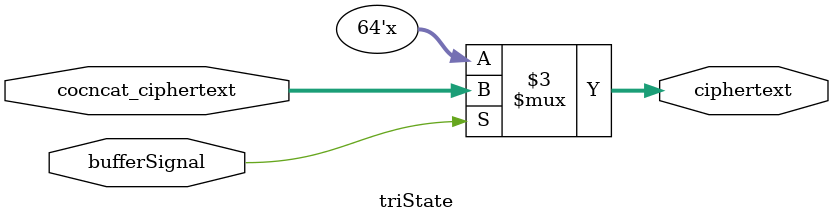
<source format=sv>
`timescale 1ns / 1ps


module triState(
    input logic bufferSignal,
    input logic [63:0] cocncat_ciphertext,
    output logic [63:0] ciphertext
    );
    
    always_comb
    begin
        case (bufferSignal)
            1'b1: ciphertext = cocncat_ciphertext;
            default: ciphertext = 64'bz;
        endcase
    end
    
endmodule

</source>
